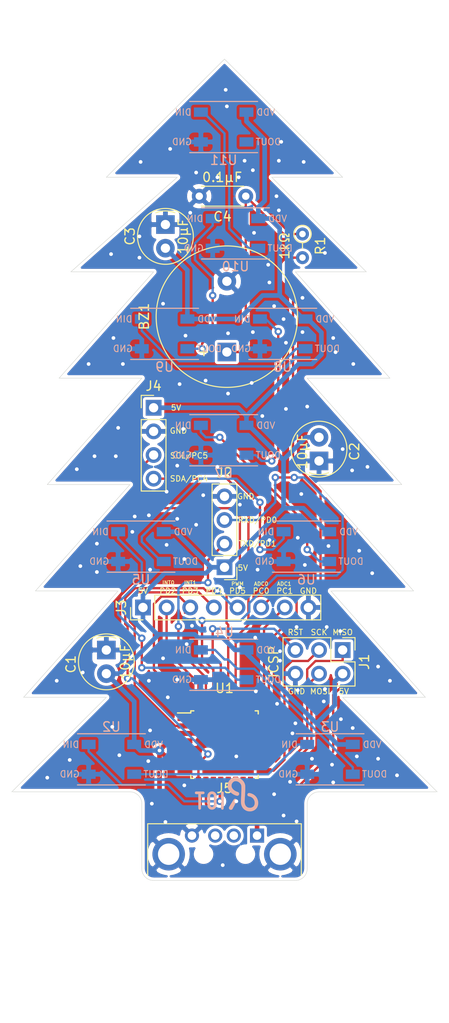
<source format=kicad_pcb>
(kicad_pcb (version 20171130) (host pcbnew "(v20200319-2156-gdc3b0361c1)")
  (title_block (title "X-Mas Board") (date 2019-10-18) (rev 1) (company Marian))
  (layers (0 F.Cu signal) (31 B.Cu signal) (34 B.Paste user) (35 F.Paste user hide) (36 B.SilkS user) (37 F.SilkS user) (38 B.Mask user) (39 F.Mask user hide) (44 Edge.Cuts user))
  (net 0 "")
  (net 1 GND)
  (net 2 +5V)
  (net 3 /RST)
  (net 4 /PB1)
  (net 5 /PB2)
  (net 6 /PD4)
  (net 7 /AVCC)
  (net 8 /AREF)
  (net 9 /PB6)
  (net 10 /PB7)
  (net 11 /PC2)
  (net 12 /PC3)
  (net 13 /PD7)
  (net 14 /PB0)
  (net 15 "Net-(U2-Pad2)")
  (net 16 "Net-(U3-Pad2)")
  (net 17 "Net-(U4-Pad2)")
  (net 18 "Net-(U5-Pad2)")
  (net 19 "Net-(U6-Pad2)")
  (net 20 "Net-(U7-Pad2)")
  (net 21 "Net-(U8-Pad2)")
  (net 22 "Net-(U10-Pad4)")
  (net 23 "Net-(U10-Pad2)")
  (net 24 "Net-(U11-Pad2)")
  (net 25 /ADC6)
  (net 26 /ADC7)
  (net 27 /PB4-MISO)
  (net 28 /PB5-SCK)
  (net 29 /PB3-MOSI)
  (net 30 /PD1-TXD)
  (net 31 /PD0-RXD)
  (net 32 /PD2-INT0)
  (net 33 /PD3-INT1)
  (net 34 /PD5-PWM)
  (net 35 /PD6-PWM)
  (net 36 /PC0-ADC0)
  (net 37 /PC1-ADC1)
  (net 38 /PC5-SCL)
  (net 39 /PC4-SDA)
  (net 40 "Net-(J5-Pad2)")
  (net 41 "Net-(J5-Pad3)")
  (net 42 "Net-(BZ1-Pad1)")
  (module boards:riot_logo (layer B.Cu) (at 105.664 125.984 180)
    (fp_text reference G*** hide)
    (fp_text value LOGO hide)
  )
  (module boards:electrolytic_capacitor_10uf (layer F.Cu) (at 99.06 67.31 90)
    (fp_text reference C3 (at 1.27 -3.81 90) (layer F.SilkS))
    (fp_text value 10µF (at 1.27 1.905 90) (layer F.SilkS))
    (pad 1 thru_hole circle (at 0 0 270) (size 2 2) (drill 1) (layers *.Cu *.Mask) (net 2 +5V))
    (pad 2 thru_hole rect (at 2.54 0 90) (size 2 2) (drill 1) (layers *.Cu *.Mask) (net 1 GND))
  )
  (module boards:electrolytic_capacitor_10uf (layer F.Cu) (at 115.57 87.63 270)
    (fp_text reference C2 (at 1.524 -3.81 90) (layer F.SilkS))
    (fp_text value 10µF (at 1.524 1.778 90) (layer F.SilkS))
    (pad 1 thru_hole circle (at 0 0 90) (size 2 2) (drill 1) (layers *.Cu *.Mask) (net 2 +5V))
    (pad 2 thru_hole rect (at 2.54 0 270) (size 2 2) (drill 1) (layers *.Cu *.Mask) (net 1 GND))
  )
  (module boards:electrolytic_capacitor_10uf (layer F.Cu) (at 92.71 113.03 90)
    (fp_text reference C1 (at 1.016 -3.81 90) (layer F.SilkS))
    (fp_text value 10µF (at 1.27 2.032 90) (layer F.SilkS))
    (pad 1 thru_hole circle (at 0 0 270) (size 2 2) (drill 1) (layers *.Cu *.Mask) (net 2 +5V))
    (pad 2 thru_hole rect (at 2.54 0 90) (size 2 2) (drill 1) (layers *.Cu *.Mask) (net 1 GND))
  )
  (module Connector_PinHeader_2.54mm:PinHeader_2x03_P2.54mm_Vertical (layer F.Cu) (at 118.11 110.49 270)
    (fp_text reference J1 (at 1.27 -2.33 90) (layer F.SilkS))
    (fp_text value ICSP (at 1.27 7.41 90) (layer F.SilkS))
    (pad 1 thru_hole rect (at 0 0 270) (size 1.7 1.7) (drill 1) (layers *.Cu *.Mask) (net 27 /PB4-MISO))
    (pad 2 thru_hole oval (at 2.54 0 270) (size 1.7 1.7) (drill 1) (layers *.Cu *.Mask) (net 2 +5V))
    (pad 3 thru_hole oval (at 0 2.54 270) (size 1.7 1.7) (drill 1) (layers *.Cu *.Mask) (net 28 /PB5-SCK))
    (pad 4 thru_hole oval (at 2.54 2.54 270) (size 1.7 1.7) (drill 1) (layers *.Cu *.Mask) (net 29 /PB3-MOSI))
    (pad 5 thru_hole oval (at 0 5.08 270) (size 1.7 1.7) (drill 1) (layers *.Cu *.Mask) (net 3 /RST))
    (pad 6 thru_hole oval (at 2.54 5.08 270) (size 1.7 1.7) (drill 1) (layers *.Cu *.Mask) (net 1 GND))
  )
  (module Connector_PinHeader_2.54mm:PinHeader_1x04_P2.54mm_Vertical (layer F.Cu) (at 105.41 101.6 180)
    (fp_text reference J2 (at 0 10.16) (layer F.SilkS))
    (fp_text value UART)
    (pad 1 thru_hole rect (at 0 0 180) (size 1.7 1.7) (drill 1) (layers *.Cu *.Mask) (net 2 +5V))
    (pad 2 thru_hole oval (at 0 2.54 180) (size 1.7 1.7) (drill 1) (layers *.Cu *.Mask) (net 30 /PD1-TXD))
    (pad 3 thru_hole oval (at 0 5.08 180) (size 1.7 1.7) (drill 1) (layers *.Cu *.Mask) (net 31 /PD0-RXD))
    (pad 4 thru_hole oval (at 0 7.62 180) (size 1.7 1.7) (drill 1) (layers *.Cu *.Mask) (net 1 GND))
  )
  (module Package_QFP:TQFP-32_7x7mm_P0.8mm (layer F.Cu) (at 105.41 120.65)
    (fp_text reference U1 (at 0 -6.05) (layer F.SilkS))
    (fp_text value ATmega328P-AU hide)
    (pad 1 smd rect (at -4.25 -2.8) (size 1.6 0.55) (layers F.Cu F.Paste F.Mask) (net 33 /PD3-INT1))
    (pad 2 smd rect (at -4.25 -2) (size 1.6 0.55) (layers F.Cu F.Paste F.Mask) (net 6 /PD4))
    (pad 3 smd rect (at -4.25 -1.2) (size 1.6 0.55) (layers F.Cu F.Paste F.Mask) (net 1 GND))
    (pad 4 smd rect (at -4.25 -0.4) (size 1.6 0.55) (layers F.Cu F.Paste F.Mask) (net 2 +5V))
    (pad 5 smd rect (at -4.25 0.4) (size 1.6 0.55) (layers F.Cu F.Paste F.Mask) (net 1 GND))
    (pad 6 smd rect (at -4.25 1.2) (size 1.6 0.55) (layers F.Cu F.Paste F.Mask) (net 2 +5V))
    (pad 7 smd rect (at -4.25 2) (size 1.6 0.55) (layers F.Cu F.Paste F.Mask) (net 9 /PB6))
    (pad 8 smd rect (at -4.25 2.8) (size 1.6 0.55) (layers F.Cu F.Paste F.Mask) (net 10 /PB7))
    (pad 9 smd rect (at -2.8 4.25 90) (size 1.6 0.55) (layers F.Cu F.Paste F.Mask) (net 34 /PD5-PWM))
    (pad 10 smd rect (at -2 4.25 90) (size 1.6 0.55) (layers F.Cu F.Paste F.Mask) (net 35 /PD6-PWM))
    (pad 11 smd rect (at -1.2 4.25 90) (size 1.6 0.55) (layers F.Cu F.Paste F.Mask) (net 13 /PD7))
    (pad 12 smd rect (at -0.4 4.25 90) (size 1.6 0.55) (layers F.Cu F.Paste F.Mask) (net 14 /PB0))
    (pad 13 smd rect (at 0.4 4.25 90) (size 1.6 0.55) (layers F.Cu F.Paste F.Mask) (net 4 /PB1))
    (pad 14 smd rect (at 1.2 4.25 90) (size 1.6 0.55) (layers F.Cu F.Paste F.Mask) (net 5 /PB2))
    (pad 15 smd rect (at 2 4.25 90) (size 1.6 0.55) (layers F.Cu F.Paste F.Mask) (net 29 /PB3-MOSI))
    (pad 16 smd rect (at 2.8 4.25 90) (size 1.6 0.55) (layers F.Cu F.Paste F.Mask) (net 27 /PB4-MISO))
    (pad 17 smd rect (at 4.25 2.8) (size 1.6 0.55) (layers F.Cu F.Paste F.Mask) (net 28 /PB5-SCK))
    (pad 18 smd rect (at 4.25 2) (size 1.6 0.55) (layers F.Cu F.Paste F.Mask) (net 7 /AVCC))
    (pad 19 smd rect (at 4.25 1.2) (size 1.6 0.55) (layers F.Cu F.Paste F.Mask) (net 25 /ADC6))
    (pad 20 smd rect (at 4.25 0.4) (size 1.6 0.55) (layers F.Cu F.Paste F.Mask) (net 8 /AREF))
    (pad 21 smd rect (at 4.25 -0.4) (size 1.6 0.55) (layers F.Cu F.Paste F.Mask) (net 1 GND))
    (pad 22 smd rect (at 4.25 -1.2) (size 1.6 0.55) (layers F.Cu F.Paste F.Mask) (net 26 /ADC7))
    (pad 23 smd rect (at 4.25 -2) (size 1.6 0.55) (layers F.Cu F.Paste F.Mask) (net 36 /PC0-ADC0))
    (pad 24 smd rect (at 4.25 -2.8) (size 1.6 0.55) (layers F.Cu F.Paste F.Mask) (net 37 /PC1-ADC1))
    (pad 25 smd rect (at 2.8 -4.25 90) (size 1.6 0.55) (layers F.Cu F.Paste F.Mask) (net 11 /PC2))
    (pad 26 smd rect (at 2 -4.25 90) (size 1.6 0.55) (layers F.Cu F.Paste F.Mask) (net 12 /PC3))
    (pad 27 smd rect (at 1.2 -4.25 90) (size 1.6 0.55) (layers F.Cu F.Paste F.Mask) (net 39 /PC4-SDA))
    (pad 28 smd rect (at 0.4 -4.25 90) (size 1.6 0.55) (layers F.Cu F.Paste F.Mask) (net 38 /PC5-SCL))
    (pad 29 smd rect (at -0.4 -4.25 90) (size 1.6 0.55) (layers F.Cu F.Paste F.Mask) (net 3 /RST))
    (pad 30 smd rect (at -1.2 -4.25 90) (size 1.6 0.55) (layers F.Cu F.Paste F.Mask) (net 31 /PD0-RXD))
    (pad 31 smd rect (at -2 -4.25 90) (size 1.6 0.55) (layers F.Cu F.Paste F.Mask) (net 30 /PD1-TXD))
    (pad 32 smd rect (at -2.8 -4.25 90) (size 1.6 0.55) (layers F.Cu F.Paste F.Mask) (net 32 /PD2-INT0))
  )
  (module Connector_PinHeader_2.54mm:PinHeader_1x08_P2.54mm_Vertical (layer F.Cu) (at 96.647 105.918 90)
    (fp_text reference J3 (at 0 -2.33 90) (layer F.SilkS))
    (fp_text value GPIOs)
    (pad 1 thru_hole rect (at 0 0 90) (size 1.7 1.7) (drill 1) (layers *.Cu *.Mask) (net 2 +5V))
    (pad 2 thru_hole oval (at 0 2.54 90) (size 1.7 1.7) (drill 1) (layers *.Cu *.Mask) (net 32 /PD2-INT0))
    (pad 3 thru_hole oval (at 0 5.08 90) (size 1.7 1.7) (drill 1) (layers *.Cu *.Mask) (net 33 /PD3-INT1))
    (pad 4 thru_hole oval (at 0 7.62 90) (size 1.7 1.7) (drill 1) (layers *.Cu *.Mask) (net 6 /PD4))
    (pad 5 thru_hole oval (at 0 10.16 90) (size 1.7 1.7) (drill 1) (layers *.Cu *.Mask) (net 34 /PD5-PWM))
    (pad 6 thru_hole oval (at 0 12.7 90) (size 1.7 1.7) (drill 1) (layers *.Cu *.Mask) (net 36 /PC0-ADC0))
    (pad 7 thru_hole oval (at 0 15.24 90) (size 1.7 1.7) (drill 1) (layers *.Cu *.Mask) (net 37 /PC1-ADC1))
    (pad 8 thru_hole oval (at 0 17.78 90) (size 1.7 1.7) (drill 1) (layers *.Cu *.Mask) (net 1 GND))
  )
  (module Connector_PinHeader_2.54mm:PinHeader_1x04_P2.54mm_Vertical (layer F.Cu) (at 97.79 84.455)
    (fp_text reference J4 (at 0 -2.33) (layer F.SilkS))
    (fp_text value I2C)
    (pad 1 thru_hole rect (at 0 0) (size 1.7 1.7) (drill 1) (layers *.Cu *.Mask) (net 2 +5V))
    (pad 2 thru_hole oval (at 0 2.54) (size 1.7 1.7) (drill 1) (layers *.Cu *.Mask) (net 1 GND))
    (pad 3 thru_hole oval (at 0 5.08) (size 1.7 1.7) (drill 1) (layers *.Cu *.Mask) (net 38 /PC5-SCL))
    (pad 4 thru_hole oval (at 0 7.62) (size 1.7 1.7) (drill 1) (layers *.Cu *.Mask) (net 39 /PC4-SDA))
  )
  (module Buzzer_Beeper:Buzzer_15x7.5RM7.6 (layer F.Cu) (at 105.664 78.466 90)
    (fp_text reference BZ1 (at 3.81 -8.89 90) (layer F.SilkS))
    (fp_text value Buzzer)
    (fp_text user + (at -0.01 -2.54 90) (layer F.SilkS))
    (pad 1 thru_hole rect (at 0 0 90) (size 2 2) (drill 1) (layers *.Cu *.Mask) (net 42 "Net-(BZ1-Pad1)"))
    (pad 2 thru_hole circle (at 7.6 0 90) (size 2 2) (drill 1) (layers *.Cu *.Mask) (net 1 GND))
  )
  (module Capacitor_THT:C_Disc_D4.3mm_W1.9mm_P5.00mm (layer F.Cu) (at 107.696 61.722 180)
    (fp_text reference C4 (at 2.5 -2.2) (layer F.SilkS))
    (fp_text value 0.1µF (at 2.54 2.032) (layer F.SilkS))
    (pad 1 thru_hole circle (at 0 0 180) (size 1.6 1.6) (drill 0.8) (layers *.Cu *.Mask) (net 42 "Net-(BZ1-Pad1)"))
    (pad 2 thru_hole circle (at 5 0 180) (size 1.6 1.6) (drill 0.8) (layers *.Cu *.Mask) (net 1 GND))
  )
  (module Resistor_THT:R_Axial_DIN0204_L3.6mm_D1.6mm_P2.54mm_Vertical (layer F.Cu) (at 113.792 65.786 270)
    (fp_text reference R1 (at 1.27 -1.92 90) (layer F.SilkS))
    (fp_text value 1kΩ (at 1.27 1.92 90) (layer F.SilkS))
    (pad 1 thru_hole circle (at 0 0 270) (size 1.4 1.4) (drill 0.7) (layers *.Cu *.Mask) (net 42 "Net-(BZ1-Pad1)"))
    (pad 2 thru_hole oval (at 2.54 0 270) (size 1.4 1.4) (drill 0.7) (layers *.Cu *.Mask) (net 35 /PD6-PWM))
  )
  (module boards:USB_A_Male-Through-Hole (layer F.Cu) (at 105.41 130.429)
    (fp_text reference J5 (at 0 -5.08) (layer F.SilkS))
    (fp_text value USB_A)
    (pad 4 thru_hole circle (at -3.5 0) (size 1.524 1.524) (drill 0.92) (layers *.Cu *.Mask) (net 1 GND))
    (pad 3 thru_hole circle (at -1 0) (size 1.524 1.524) (drill 0.92) (layers *.Cu *.Mask) (net 41 "Net-(J5-Pad3)"))
    (pad 2 thru_hole circle (at 1 0) (size 1.524 1.524) (drill 0.92) (layers *.Cu *.Mask) (net 40 "Net-(J5-Pad2)"))
    (pad 1 thru_hole rect (at 3.5 0) (size 1.524 1.524) (drill 0.92) (layers *.Cu *.Mask) (net 2 +5V))
    (pad 5 thru_hole circle (at 6 2) (size 3.5 3.5) (drill 2.3) (layers *.Cu *.Mask) (net 1 GND))
    (pad 5 thru_hole circle (at -6 2) (size 3.5 3.5) (drill 2.3) (layers *.Cu *.Mask) (net 1 GND))
    (pad "" np_thru_hole circle (at -2.25 2) (size 1.5 1.5) (drill 1.5) (layers *.Cu *.Mask))
    (pad "" np_thru_hole circle (at 2.25 2) (size 1.5 1.5) (drill 1.5) (layers *.Cu *.Mask))
  )
  (module boards:WS2812B (layer B.Cu) (at 90.805 123.825)
    (fp_text reference U2 (at 2.4511 -5.08) (layer B.SilkS) (effects (justify mirror)))
    (fp_text value WS2811B)
    (fp_text user DIN (at -1.905 -3.175) (layer B.SilkS) (effects (font (size 0.7 0.7) (thickness 0.1)) (justify mirror)))
    (fp_text user GND (at -2.032 0) (layer B.SilkS) (effects (font (size 0.7 0.7) (thickness 0.1)) (justify mirror)))
    (fp_text user DOUT (at 7.239 0) (layer B.SilkS) (effects (font (size 0.7 0.7) (thickness 0.1)) (justify mirror)))
    (fp_text user VDD (at 6.985 -3.175) (layer B.SilkS) (effects (font (size 0.7 0.7) (thickness 0.1)) (justify mirror)))
    (pad 1 smd rect (at 4.9011 -3.1875) (size 1.5 1) (layers B.Cu B.Paste B.Mask) (net 2 +5V))
    (pad 4 smd rect (at 0.0011 -3.1875) (size 1.5 1) (layers B.Cu B.Paste B.Mask) (net 14 /PB0))
    (pad 3 smd rect (at 0.0011 0.0125) (size 1.5 1) (layers B.Cu B.Paste B.Mask) (net 1 GND))
    (pad 2 smd rect (at 4.9011 0.0125) (size 1.5 1) (layers B.Cu B.Paste B.Mask) (net 15 "Net-(U2-Pad2)"))
  )
  (module boards:WS2812B (layer B.Cu) (at 114.3 123.825)
    (fp_text reference U3 (at 2.4511 -5.08) (layer B.SilkS) (effects (justify mirror)))
    (fp_text value WS2811B)
    (fp_text user VDD (at 6.985 -3.175) (layer B.SilkS) (effects (font (size 0.7 0.7) (thickness 0.1)) (justify mirror)))
    (fp_text user DOUT (at 7.239 0) (layer B.SilkS) (effects (font (size 0.7 0.7) (thickness 0.1)) (justify mirror)))
    (fp_text user GND (at -2.032 0) (layer B.SilkS) (effects (font (size 0.7 0.7) (thickness 0.1)) (justify mirror)))
    (fp_text user DIN (at -1.905 -3.175) (layer B.SilkS) (effects (font (size 0.7 0.7) (thickness 0.1)) (justify mirror)))
    (pad 2 smd rect (at 4.9011 0.0125) (size 1.5 1) (layers B.Cu B.Paste B.Mask) (net 16 "Net-(U3-Pad2)"))
    (pad 3 smd rect (at 0.0011 0.0125) (size 1.5 1) (layers B.Cu B.Paste B.Mask) (net 1 GND))
    (pad 4 smd rect (at 0.0011 -3.1875) (size 1.5 1) (layers B.Cu B.Paste B.Mask) (net 15 "Net-(U2-Pad2)"))
    (pad 1 smd rect (at 4.9011 -3.1875) (size 1.5 1) (layers B.Cu B.Paste B.Mask) (net 2 +5V))
  )
  (module boards:WS2812B (layer B.Cu) (at 102.87 113.665)
    (fp_text reference U4 (at 2.54 -5.08) (layer B.SilkS) (effects (justify mirror)))
    (fp_text value WS2811B)
    (fp_text user DIN (at -1.905 -3.175) (layer B.SilkS) (effects (font (size 0.7 0.7) (thickness 0.1)) (justify mirror)))
    (fp_text user GND (at -2.032 0) (layer B.SilkS) (effects (font (size 0.7 0.7) (thickness 0.1)) (justify mirror)))
    (fp_text user DOUT (at 7.239 0) (layer B.SilkS) (effects (font (size 0.7 0.7) (thickness 0.1)) (justify mirror)))
    (fp_text user VDD (at 6.985 -3.175) (layer B.SilkS) (effects (font (size 0.7 0.7) (thickness 0.1)) (justify mirror)))
    (pad 1 smd rect (at 4.9011 -3.1875) (size 1.5 1) (layers B.Cu B.Paste B.Mask) (net 2 +5V))
    (pad 4 smd rect (at 0.0011 -3.1875) (size 1.5 1) (layers B.Cu B.Paste B.Mask) (net 16 "Net-(U3-Pad2)"))
    (pad 3 smd rect (at 0.0011 0.0125) (size 1.5 1) (layers B.Cu B.Paste B.Mask) (net 1 GND))
    (pad 2 smd rect (at 4.9011 0.0125) (size 1.5 1) (layers B.Cu B.Paste B.Mask) (net 17 "Net-(U4-Pad2)"))
  )
  (module boards:WS2812B (layer B.Cu) (at 93.98 100.965)
    (fp_text reference U5 (at 2.4511 1.9685) (layer B.SilkS) (effects (justify mirror)))
    (fp_text value WS2811B)
    (fp_text user VDD (at 6.985 -3.175) (layer B.SilkS) (effects (font (size 0.7 0.7) (thickness 0.1)) (justify mirror)))
    (fp_text user DOUT (at 7.239 0) (layer B.SilkS) (effects (font (size 0.7 0.7) (thickness 0.1)) (justify mirror)))
    (fp_text user GND (at -2.032 0) (layer B.SilkS) (effects (font (size 0.7 0.7) (thickness 0.1)) (justify mirror)))
    (fp_text user DIN (at -1.905 -3.175) (layer B.SilkS) (effects (font (size 0.7 0.7) (thickness 0.1)) (justify mirror)))
    (pad 2 smd rect (at 4.9011 0.0125) (size 1.5 1) (layers B.Cu B.Paste B.Mask) (net 18 "Net-(U5-Pad2)"))
    (pad 3 smd rect (at 0.0011 0.0125) (size 1.5 1) (layers B.Cu B.Paste B.Mask) (net 1 GND))
    (pad 4 smd rect (at 0.0011 -3.1875) (size 1.5 1) (layers B.Cu B.Paste B.Mask) (net 17 "Net-(U4-Pad2)"))
    (pad 1 smd rect (at 4.9011 -3.1875) (size 1.5 1) (layers B.Cu B.Paste B.Mask) (net 2 +5V))
  )
  (module boards:WS2812B (layer B.Cu) (at 111.76 100.965)
    (fp_text reference U6 (at 2.4511 1.9685) (layer B.SilkS) (effects (justify mirror)))
    (fp_text value WS2811B)
    (fp_text user DIN (at -1.905 -3.175) (layer B.SilkS) (effects (font (size 0.7 0.7) (thickness 0.1)) (justify mirror)))
    (fp_text user GND (at -2.032 0) (layer B.SilkS) (effects (font (size 0.7 0.7) (thickness 0.1)) (justify mirror)))
    (fp_text user DOUT (at 7.239 0) (layer B.SilkS) (effects (font (size 0.7 0.7) (thickness 0.1)) (justify mirror)))
    (fp_text user VDD (at 6.985 -3.175) (layer B.SilkS) (effects (font (size 0.7 0.7) (thickness 0.1)) (justify mirror)))
    (pad 1 smd rect (at 4.9011 -3.1875) (size 1.5 1) (layers B.Cu B.Paste B.Mask) (net 2 +5V))
    (pad 4 smd rect (at 0.0011 -3.1875) (size 1.5 1) (layers B.Cu B.Paste B.Mask) (net 18 "Net-(U5-Pad2)"))
    (pad 3 smd rect (at 0.0011 0.0125) (size 1.5 1) (layers B.Cu B.Paste B.Mask) (net 1 GND))
    (pad 2 smd rect (at 4.9011 0.0125) (size 1.5 1) (layers B.Cu B.Paste B.Mask) (net 19 "Net-(U6-Pad2)"))
  )
  (module boards:WS2812B (layer B.Cu) (at 102.87 89.535)
    (fp_text reference U7 (at 2.4511 1.9685) (layer B.SilkS) (effects (justify mirror)))
    (fp_text value WS2811B)
    (fp_text user VDD (at 6.985 -3.175) (layer B.SilkS) (effects (font (size 0.7 0.7) (thickness 0.1)) (justify mirror)))
    (fp_text user DOUT (at 7.239 0) (layer B.SilkS) (effects (font (size 0.7 0.7) (thickness 0.1)) (justify mirror)))
    (fp_text user GND (at -2.032 0) (layer B.SilkS) (effects (font (size 0.7 0.7) (thickness 0.1)) (justify mirror)))
    (fp_text user DIN (at -1.905 -3.175) (layer B.SilkS) (effects (font (size 0.7 0.7) (thickness 0.1)) (justify mirror)))
    (pad 2 smd rect (at 4.9011 0.0125) (size 1.5 1) (layers B.Cu B.Paste B.Mask) (net 20 "Net-(U7-Pad2)"))
    (pad 3 smd rect (at 0.0011 0.0125) (size 1.5 1) (layers B.Cu B.Paste B.Mask) (net 1 GND))
    (pad 4 smd rect (at 0.0011 -3.1875) (size 1.5 1) (layers B.Cu B.Paste B.Mask) (net 19 "Net-(U6-Pad2)"))
    (pad 1 smd rect (at 4.9011 -3.1875) (size 1.5 1) (layers B.Cu B.Paste B.Mask) (net 2 +5V))
  )
  (module boards:WS2812B (layer B.Cu) (at 109.22 78.105)
    (fp_text reference U8 (at 2.4511 1.9685) (layer B.SilkS) (effects (justify mirror)))
    (fp_text value WS2811B)
    (fp_text user DIN (at -1.905 -3.175) (layer B.SilkS) (effects (font (size 0.7 0.7) (thickness 0.1)) (justify mirror)))
    (fp_text user GND (at -2.032 0) (layer B.SilkS) (effects (font (size 0.7 0.7) (thickness 0.1)) (justify mirror)))
    (fp_text user DOUT (at 7.239 0) (layer B.SilkS) (effects (font (size 0.7 0.7) (thickness 0.1)) (justify mirror)))
    (fp_text user VDD (at 6.985 -3.175) (layer B.SilkS) (effects (font (size 0.7 0.7) (thickness 0.1)) (justify mirror)))
    (pad 1 smd rect (at 4.9011 -3.1875) (size 1.5 1) (layers B.Cu B.Paste B.Mask) (net 2 +5V))
    (pad 4 smd rect (at 0.0011 -3.1875) (size 1.5 1) (layers B.Cu B.Paste B.Mask) (net 20 "Net-(U7-Pad2)"))
    (pad 3 smd rect (at 0.0011 0.0125) (size 1.5 1) (layers B.Cu B.Paste B.Mask) (net 1 GND))
    (pad 2 smd rect (at 4.9011 0.0125) (size 1.5 1) (layers B.Cu B.Paste B.Mask) (net 21 "Net-(U8-Pad2)"))
  )
  (module boards:WS2812B (layer B.Cu) (at 96.52 78.105)
    (fp_text reference U9 (at 2.4511 1.9685) (layer B.SilkS) (effects (justify mirror)))
    (fp_text value WS2811B)
    (fp_text user VDD (at 6.985 -3.175) (layer B.SilkS) (effects (font (size 0.7 0.7) (thickness 0.1)) (justify mirror)))
    (fp_text user DOUT (at 7.239 0) (layer B.SilkS) (effects (font (size 0.7 0.7) (thickness 0.1)) (justify mirror)))
    (fp_text user GND (at -2.032 0) (layer B.SilkS) (effects (font (size 0.7 0.7) (thickness 0.1)) (justify mirror)))
    (fp_text user DIN (at -1.905 -3.175) (layer B.SilkS) (effects (font (size 0.7 0.7) (thickness 0.1)) (justify mirror)))
    (pad 2 smd rect (at 4.9011 0.0125) (size 1.5 1) (layers B.Cu B.Paste B.Mask) (net 22 "Net-(U10-Pad4)"))
    (pad 3 smd rect (at 0.0011 0.0125) (size 1.5 1) (layers B.Cu B.Paste B.Mask) (net 1 GND))
    (pad 4 smd rect (at 0.0011 -3.1875) (size 1.5 1) (layers B.Cu B.Paste B.Mask) (net 21 "Net-(U8-Pad2)"))
    (pad 1 smd rect (at 4.9011 -3.1875) (size 1.5 1) (layers B.Cu B.Paste B.Mask) (net 2 +5V))
  )
  (module boards:WS2812B (layer B.Cu) (at 104.14 67.31)
    (fp_text reference U10 (at 2.4511 1.9685) (layer B.SilkS) (effects (justify mirror)))
    (fp_text value WS2811B)
    (fp_text user DIN (at -1.905 -3.175) (layer B.SilkS) (effects (font (size 0.7 0.7) (thickness 0.1)) (justify mirror)))
    (fp_text user GND (at -2.032 0) (layer B.SilkS) (effects (font (size 0.7 0.7) (thickness 0.1)) (justify mirror)))
    (fp_text user DOUT (at 7.239 0) (layer B.SilkS) (effects (font (size 0.7 0.7) (thickness 0.1)) (justify mirror)))
    (fp_text user VDD (at 6.985 -3.175) (layer B.SilkS) (effects (font (size 0.7 0.7) (thickness 0.1)) (justify mirror)))
    (pad 1 smd rect (at 4.9011 -3.1875) (size 1.5 1) (layers B.Cu B.Paste B.Mask) (net 2 +5V))
    (pad 4 smd rect (at 0.0011 -3.1875) (size 1.5 1) (layers B.Cu B.Paste B.Mask) (net 22 "Net-(U10-Pad4)"))
    (pad 3 smd rect (at 0.0011 0.0125) (size 1.5 1) (layers B.Cu B.Paste B.Mask) (net 1 GND))
    (pad 2 smd rect (at 4.9011 0.0125) (size 1.5 1) (layers B.Cu B.Paste B.Mask) (net 23 "Net-(U10-Pad2)"))
  )
  (module boards:WS2812B (layer B.Cu) (at 102.87 55.88)
    (fp_text reference U11 (at 2.4511 1.9685) (layer B.SilkS) (effects (justify mirror)))
    (fp_text value WS2811B)
    (fp_text user VDD (at 6.985 -3.175) (layer B.SilkS) (effects (font (size 0.7 0.7) (thickness 0.1)) (justify mirror)))
    (fp_text user DOUT (at 7.239 0) (layer B.SilkS) (effects (font (size 0.7 0.7) (thickness 0.1)) (justify mirror)))
    (fp_text user GND (at -2.032 0) (layer B.SilkS) (effects (font (size 0.7 0.7) (thickness 0.1)) (justify mirror)))
    (fp_text user DIN (at -1.905 -3.175) (layer B.SilkS) (effects (font (size 0.7 0.7) (thickness 0.1)) (justify mirror)))
    (pad 2 smd rect (at 4.9011 0.0125) (size 1.5 1) (layers B.Cu B.Paste B.Mask) (net 24 "Net-(U11-Pad2)"))
    (pad 3 smd rect (at 0.0011 0.0125) (size 1.5 1) (layers B.Cu B.Paste B.Mask) (net 1 GND))
    (pad 4 smd rect (at 0.0011 -3.1875) (size 1.5 1) (layers B.Cu B.Paste B.Mask) (net 23 "Net-(U10-Pad2)"))
    (pad 1 smd rect (at 4.9011 -3.1875) (size 1.5 1) (layers B.Cu B.Paste B.Mask) (net 2 +5V))
  )
  (gr_text SDA/PC4 (at 101.6 92.075) (layer F.SilkS) (effects (font (size 0.6 0.6) (thickness 0.1))))
  (gr_text SCL/PC5 (at 101.6 89.5985) (layer F.SilkS) (effects (font (size 0.6 0.6) (thickness 0.1))))
  (gr_text GND (at 100.457 86.9315) (layer F.SilkS) (effects (font (size 0.6 0.6) (thickness 0.1))))
  (gr_text 5V (at 100.203 84.455) (layer F.SilkS) (effects (font (size 0.6 0.6) (thickness 0.1))))
  (gr_text 5V (at 107.3785 101.6635) (layer F.SilkS) (effects (font (size 0.6 0.6) (thickness 0.1))))
  (gr_text TXD/PD1 (at 108.966 99.06) (layer F.SilkS) (effects (font (size 0.6 0.6) (thickness 0.1))))
  (gr_text RXD/PD0 (at 108.966 96.52) (layer F.SilkS) (effects (font (size 0.6 0.6) (thickness 0.1))))
  (gr_text GND (at 107.696 93.98) (layer F.SilkS) (effects (font (size 0.6 0.6) (thickness 0.1))))
  (gr_text ADC1 (at 111.8235 103.378) (layer F.SilkS) (effects (font (size 0.4 0.4) (thickness 0.08))))
  (gr_text ADC0 (at 109.347 103.378) (layer F.SilkS) (effects (font (size 0.4 0.4) (thickness 0.08))))
  (gr_text INT0 (at 99.3775 103.251) (layer F.SilkS) (effects (font (size 0.4 0.4) (thickness 0.08))))
  (gr_text INT1 (at 101.727 103.251) (layer F.SilkS) (effects (font (size 0.4 0.4) (thickness 0.08))))
  (gr_text PWM (at 106.807 103.378) (layer F.SilkS) (effects (font (size 0.4 0.4) (thickness 0.08))))
  (gr_text 5V (at 96.647 104.14) (layer F.SilkS) (effects (font (size 0.6 0.6) (thickness 0.1))))
  (gr_text PD2 (at 99.314 104.14) (layer F.SilkS) (effects (font (size 0.6 0.6) (thickness 0.1))))
  (gr_text PD3 (at 101.727 104.14) (layer F.SilkS) (effects (font (size 0.6 0.6) (thickness 0.1))))
  (gr_text PD4 (at 104.267 104.14) (layer F.SilkS) (effects (font (size 0.6 0.6) (thickness 0.1))))
  (gr_text PD5 (at 106.807 104.14) (layer F.SilkS) (effects (font (size 0.6 0.6) (thickness 0.1))))
  (gr_text PC0 (at 109.347 104.14) (layer F.SilkS) (effects (font (size 0.6 0.6) (thickness 0.1))))
  (gr_text PC1 (at 111.887 104.14) (layer F.SilkS) (effects (font (size 0.6 0.6) (thickness 0.1))))
  (gr_text GND (at 114.427 104.14) (layer F.SilkS) (effects (font (size 0.6 0.6) (thickness 0.1))))
  (gr_text 5V (at 118.237 114.935) (layer F.SilkS) (effects (font (size 0.6 0.6) (thickness 0.1))))
  (gr_text MOSI (at 115.697 114.935) (layer F.SilkS) (effects (font (size 0.6 0.6) (thickness 0.1))))
  (gr_text GND (at 113.157 114.935) (layer F.SilkS) (effects (font (size 0.6 0.6) (thickness 0.1))))
  (gr_text RST (at 113.03 108.585) (layer F.SilkS) (effects (font (size 0.6 0.6) (thickness 0.1))))
  (gr_text SCK (at 115.57 108.585) (layer F.SilkS) (effects (font (size 0.6 0.6) (thickness 0.1))))
  (gr_text MISO (at 118.11 108.585) (layer F.SilkS) (effects (font (size 0.6 0.6) (thickness 0.1))))
  (gr_arc (start 113.03 133.985) (end 113.03 135.255) (angle -90) (layer Edge.Cuts) (width 0.05))
  (gr_arc (start 97.79 133.985) (end 96.52 133.985) (angle -90) (layer Edge.Cuts) (width 0.05))
  (gr_arc (start 95.25 127) (end 96.52 127) (angle -90) (layer Edge.Cuts) (width 0.05))
  (gr_arc (start 115.57 127) (end 115.57 125.73) (angle -90) (layer Edge.Cuts) (width 0.05))
  (gr_line (start 118.11 59.69) (end 105.41 46.99) (layer Edge.Cuts) (width 0.05))
  (gr_line (start 110.49 59.69) (end 118.11 59.69) (layer Edge.Cuts) (width 0.05))
  (gr_line (start 92.71 59.69) (end 105.41 46.99) (layer Edge.Cuts) (width 0.05))
  (gr_line (start 100.33 59.69) (end 92.71 59.69) (layer Edge.Cuts) (width 0.05))
  (gr_line (start 88.9 69.85) (end 100.33 59.69) (layer Edge.Cuts) (width 0.05))
  (gr_line (start 97.79 69.85) (end 88.9 69.85) (layer Edge.Cuts) (width 0.05))
  (gr_line (start 120.65 69.85) (end 110.49 59.69) (layer Edge.Cuts) (width 0.05))
  (gr_line (start 113.03 69.85) (end 120.65 69.85) (layer Edge.Cuts) (width 0.05))
  (gr_line (start 123.19 81.28) (end 113.03 69.85) (layer Edge.Cuts) (width 0.05))
  (gr_line (start 114.3 81.28) (end 123.19 81.28) (layer Edge.Cuts) (width 0.05))
  (gr_line (start 87.63 81.28) (end 97.79 69.85) (layer Edge.Cuts) (width 0.05))
  (gr_line (start 96.52 81.28) (end 87.63 81.28) (layer Edge.Cuts) (width 0.05))
  (gr_line (start 86.36 92.71) (end 96.52 81.28) (layer Edge.Cuts) (width 0.05))
  (gr_line (start 95.25 92.71) (end 86.36 92.71) (layer Edge.Cuts) (width 0.05))
  (gr_line (start 124.46 92.71) (end 114.3 81.28) (layer Edge.Cuts) (width 0.05))
  (gr_line (start 115.57 92.71) (end 124.46 92.71) (layer Edge.Cuts) (width 0.05))
  (gr_line (start 125.73 104.14) (end 115.57 92.71) (layer Edge.Cuts) (width 0.05))
  (gr_line (start 116.84 104.14) (end 125.73 104.14) (layer Edge.Cuts) (width 0.05))
  (gr_line (start 85.09 104.14) (end 95.25 92.71) (layer Edge.Cuts) (width 0.05))
  (gr_line (start 93.98 104.14) (end 85.09 104.14) (layer Edge.Cuts) (width 0.05))
  (gr_line (start 83.82 115.57) (end 93.98 104.14) (layer Edge.Cuts) (width 0.05))
  (gr_line (start 127 115.57) (end 116.84 104.14) (layer Edge.Cuts) (width 0.05))
  (gr_line (start 92.71 115.57) (end 83.82 115.57) (layer Edge.Cuts) (width 0.05))
  (gr_line (start 82.55 125.73) (end 92.71 115.57) (layer Edge.Cuts) (width 0.05))
  (gr_line (start 95.25 125.73) (end 82.55 125.73) (layer Edge.Cuts) (width 0.05))
  (gr_line (start 96.52 133.985) (end 96.52 127) (layer Edge.Cuts) (width 0.05))
  (gr_line (start 113.03 135.255) (end 97.79 135.255) (layer Edge.Cuts) (width 0.05))
  (gr_line (start 114.3 127) (end 114.3 133.985) (layer Edge.Cuts) (width 0.05))
  (gr_line (start 128.27 125.73) (end 115.57 125.73) (layer Edge.Cuts) (width 0.05))
  (gr_line (start 118.11 115.57) (end 128.27 125.73) (layer Edge.Cuts) (width 0.05))
  (gr_line (start 127 115.57) (end 118.11 115.57) (layer Edge.Cuts) (width 0.05))
  (via (at 99.187 93.472) (size 0.8) (drill 0.4) (layers F.Cu B.Cu) (net 1))
  (via (at 103.124 93.853) (size 0.8) (drill 0.4) (layers F.Cu B.Cu) (net 1))
  (via (at 95.758 96.139) (size 0.8) (drill 0.4) (layers F.Cu B.Cu) (net 1))
  (via (at 102.362 97.028) (size 0.8) (drill 0.4) (layers F.Cu B.Cu) (net 1))
  (via (at 89.916 101.473) (size 0.8) (drill 0.4) (layers F.Cu B.Cu) (net 1))
  (via (at 121.285 102.235) (size 0.8) (drill 0.4) (layers F.Cu B.Cu) (net 1))
  (via (at 120.777 90.805) (size 0.8) (drill 0.4) (layers F.Cu B.Cu) (net 1))
  (via (at 89.535 91.059) (size 0.8) (drill 0.4) (layers F.Cu B.Cu) (net 1))
  (via (at 90.805 79.756) (size 0.8) (drill 0.4) (layers F.Cu B.Cu) (net 1))
  (via (at 119.253 79.756) (size 0.8) (drill 0.4) (layers F.Cu B.Cu) (net 1))
  (via (at 116.205 67.818) (size 0.8) (drill 0.4) (layers F.Cu B.Cu) (net 1))
  (via (at 93.218 67.945) (size 0.8) (drill 0.4) (layers F.Cu B.Cu) (net 1))
  (via (at 96.393 58.039) (size 0.8) (drill 0.4) (layers F.Cu B.Cu) (net 1))
  (via (at 113.919 58.039) (size 0.8) (drill 0.4) (layers F.Cu B.Cu) (net 1))
  (via (at 105.537 50.292) (size 0.8) (drill 0.4) (layers F.Cu B.Cu) (net 1))
  (via (at 102.362 59.182) (size 0.8) (drill 0.4) (layers F.Cu B.Cu) (net 1))
  (via (at 98.806 73.279) (size 0.8) (drill 0.4) (layers F.Cu B.Cu) (net 1))
  (via (at 103.378 81.534) (size 0.8) (drill 0.4) (layers F.Cu B.Cu) (net 1))
  (via (at 101.219 76.708) (size 0.8) (drill 0.4) (layers F.Cu B.Cu) (net 1))
  (via (at 108.458 76.327) (size 0.8) (drill 0.4) (layers F.Cu B.Cu) (net 1))
  (via (at 105.791 76.454) (size 0.8) (drill 0.4) (layers F.Cu B.Cu) (net 1))
  (via (at 114.3 84.328) (size 0.8) (drill 0.4) (layers F.Cu B.Cu) (net 1))
  (via (at 113.665 93.726) (size 0.8) (drill 0.4) (layers F.Cu B.Cu) (net 1))
  (via (at 116.586 99.314) (size 0.8) (drill 0.4) (layers F.Cu B.Cu) (net 1))
  (via (at 113.284 98.425) (size 0.8) (drill 0.4) (layers F.Cu B.Cu) (net 1))
  (via (at 114.046 101.346) (size 0.8) (drill 0.4) (layers F.Cu B.Cu) (net 1))
  (via (at 108.966 101.854) (size 0.8) (drill 0.4) (layers F.Cu B.Cu) (net 1))
  (via (at 107.061 103.759) (size 0.8) (drill 0.4) (layers F.Cu B.Cu) (net 1))
  (via (at 87.376 113.792) (size 0.8) (drill 0.4) (layers F.Cu B.Cu) (net 1))
  (via (at 123.19 113.792) (size 0.8) (drill 0.4) (layers F.Cu B.Cu) (net 1))
  (via (at 123.952 123.952) (size 0.8) (drill 0.4) (layers F.Cu B.Cu) (net 1))
  (via (at 86.36 124.206) (size 0.8) (drill 0.4) (layers F.Cu B.Cu) (net 1))
  (via (at 100.33 113.665) (size 0.8) (drill 0.4) (layers F.Cu B.Cu) (net 1))
  (via (at 98.806 111.379) (size 0.8) (drill 0.4) (layers F.Cu B.Cu) (net 1))
  (via (at 101.346 109.855) (size 0.8) (drill 0.4) (layers F.Cu B.Cu) (net 1))
  (via (at 101.9175 107.8865) (size 0.8) (drill 0.4) (layers F.Cu B.Cu) (net 1))
  (via (at 101.092 100.711) (size 0.8) (drill 0.4) (layers F.Cu B.Cu) (net 1))
  (via (at 99.187 99.187) (size 0.8) (drill 0.4) (layers F.Cu B.Cu) (net 1))
  (via (at 100.33 96.393) (size 0.8) (drill 0.4) (layers F.Cu B.Cu) (net 1))
  (via (at 95.504 97.79) (size 0.8) (drill 0.4) (layers F.Cu B.Cu) (net 1))
  (via (at 97.409 101.854) (size 0.8) (drill 0.4) (layers F.Cu B.Cu) (net 1))
  (via (at 93.345 118.745) (size 0.8) (drill 0.4) (layers F.Cu B.Cu) (net 1))
  (via (at 90.17 112.903) (size 0.8) (drill 0.4) (layers F.Cu B.Cu) (net 1))
  (via (at 88.773 122.301) (size 0.8) (drill 0.4) (layers F.Cu B.Cu) (net 1))
  (via (at 94.107 121.793) (size 0.8) (drill 0.4) (layers F.Cu B.Cu) (net 1))
  (via (at 116.967 122.809) (size 0.8) (drill 0.4) (layers F.Cu B.Cu) (net 1))
  (via (at 110.236 98.679) (size 0.8) (drill 0.4) (layers F.Cu B.Cu) (net 1))
  (via (at 107.061 94.869) (size 0.8) (drill 0.4) (layers F.Cu B.Cu) (net 1))
  (via (at 100.33 90.678) (size 0.8) (drill 0.4) (layers F.Cu B.Cu) (net 1))
  (via (at 104.648 90.805) (size 0.8) (drill 0.4) (layers F.Cu B.Cu) (net 1))
  (via (at 100.965 86.741) (size 0.8) (drill 0.4) (layers F.Cu B.Cu) (net 1))
  (via (at 100.584 81.915) (size 0.8) (drill 0.4) (layers F.Cu B.Cu) (net 1))
  (via (at 105.791 82.931) (size 0.8) (drill 0.4) (layers F.Cu B.Cu) (net 1))
  (via (at 108.331 81.788) (size 0.8) (drill 0.4) (layers F.Cu B.Cu) (net 1))
  (via (at 110.744 73.533) (size 0.8) (drill 0.4) (layers F.Cu B.Cu) (net 1))
  (via (at 113.792 76.327) (size 0.8) (drill 0.4) (layers F.Cu B.Cu) (net 1))
  (via (at 110.236 70.993) (size 0.8) (drill 0.4) (layers F.Cu B.Cu) (net 1))
  (via (at 110.109 69.088) (size 0.8) (drill 0.4) (layers F.Cu B.Cu) (net 1))
  (via (at 108.585 65.659) (size 0.8) (drill 0.4) (layers F.Cu B.Cu) (net 1))
  (via (at 107.569 57.912) (size 0.8) (drill 0.4) (layers F.Cu B.Cu) (net 1))
  (via (at 101.727 63.5) (size 0.8) (drill 0.4) (layers F.Cu B.Cu) (net 1))
  (via (at 111.379 111.633) (size 0.8) (drill 0.4) (layers F.Cu B.Cu) (net 1))
  (via (at 111.379 110.617) (size 0.8) (drill 0.4) (layers F.Cu B.Cu) (net 1))
  (via (at 113.03 118.364) (size 0.8) (drill 0.4) (layers F.Cu B.Cu) (net 1))
  (via (at 112.7125 119.4435) (size 0.8) (drill 0.4) (layers F.Cu B.Cu) (net 1))
  (via (at 113.284 114.808) (size 1) (drill 0.4) (layers F.Cu B.Cu) (net 1))
  (via (at 111.0615 116.2685) (size 0.8) (drill 0.4) (layers F.Cu B.Cu) (net 1))
  (via (at 116.205 114.681) (size 1) (drill 0.4) (layers F.Cu B.Cu) (net 1))
  (via (at 116.078 116.0145) (size 1) (drill 0.4) (layers F.Cu B.Cu) (net 1))
  (via (at 113.157 108.0135) (size 1) (drill 0.4) (layers F.Cu B.Cu) (net 1))
  (via (at 116.3955 108.0135) (size 1) (drill 0.4) (layers F.Cu B.Cu) (net 1))
  (via (at 117.9195 117.9195) (size 1) (drill 0.4) (layers F.Cu B.Cu) (net 1))
  (via (at 119.1895 118.872) (size 1) (drill 0.4) (layers F.Cu B.Cu) (net 1))
  (via (at 112.4585 124.6505) (size 1) (drill 0.4) (layers F.Cu B.Cu) (net 1))
  (via (at 101.092 125.0315) (size 1) (drill 0.4) (layers F.Cu B.Cu) (net 1))
  (via (at 97.2185 122.428) (size 1) (drill 0.4) (layers F.Cu B.Cu) (net 1))
  (via (at 97.409 119.126) (size 1) (drill 0.4) (layers F.Cu B.Cu) (net 1))
  (via (at 108.712 109.1565) (size 1) (drill 0.4) (layers F.Cu B.Cu) (net 1))
  (via (at 108.7755 114.935) (size 1) (drill 0.4) (layers F.Cu B.Cu) (net 1))
  (via (at 105.2195 133.604) (size 0.8) (drill 0.4) (layers F.Cu B.Cu) (net 1))
  (via (at 99.06 128.9685) (size 0.8) (drill 0.4) (layers F.Cu B.Cu) (net 1))
  (via (at 97.5995 127) (size 0.8) (drill 0.4) (layers F.Cu B.Cu) (net 1))
  (via (at 113.157 128.905) (size 0.8) (drill 0.4) (layers F.Cu B.Cu) (net 1))
  (via (at 106.68 121.92) (size 0.8) (drill 0.4) (layers F.Cu B.Cu) (net 1))
  (via (at 117.348 78.486) (size 1) (drill 0.4) (layers F.Cu B.Cu) (net 1))
  (via (at 97.282 113.792) (size 0.8) (drill 0.4) (layers F.Cu B.Cu) (net 1))
  (via (at 99.314 115.57) (size 0.8) (drill 0.4) (layers F.Cu B.Cu) (net 1))
  (via (at 110.744 125.984) (size 0.8) (drill 0.4) (layers F.Cu B.Cu) (net 1))
  (via (at 117.094 124.714) (size 0.8) (drill 0.4) (layers F.Cu B.Cu) (net 1))
  (via (at 114.808 122.174) (size 0.8) (drill 0.4) (layers F.Cu B.Cu) (net 1))
  (via (at 119.634 121.92) (size 0.8) (drill 0.4) (layers F.Cu B.Cu) (net 1))
  (via (at 121.92 112.268) (size 0.8) (drill 0.4) (layers F.Cu B.Cu) (net 1))
  (via (at 117.856 108.458) (size 0.8) (drill 0.4) (layers F.Cu B.Cu) (net 1))
  (via (at 106.68 126.746) (size 0.8) (drill 0.4) (layers F.Cu B.Cu) (net 1))
  (via (at 97.282 96.012) (size 0.8) (drill 0.4) (layers F.Cu B.Cu) (net 1))
  (via (at 109.474 85.344) (size 0.8) (drill 0.4) (layers F.Cu B.Cu) (net 1))
  (via (at 112.014 84.582) (size 0.8) (drill 0.4) (layers F.Cu B.Cu) (net 1))
  (via (at 112.014 77.47) (size 0.8) (drill 0.4) (layers F.Cu B.Cu) (net 1))
  (via (at 111.76 74.93) (size 0.8) (drill 0.4) (layers F.Cu B.Cu) (net 1))
  (via (at 117.094 76.962) (size 0.8) (drill 0.4) (layers F.Cu B.Cu) (net 1))
  (via (at 113.792 72.644) (size 0.8) (drill 0.4) (layers F.Cu B.Cu) (net 1))
  (via (at 110.998 61.722) (size 0.8) (drill 0.4) (layers F.Cu B.Cu) (net 1))
  (via (at 111.252 63.246) (size 0.8) (drill 0.4) (layers F.Cu B.Cu) (net 1))
  (via (at 111.252 57.912) (size 0.8) (drill 0.4) (layers F.Cu B.Cu) (net 1))
  (via (at 111.506 55.88) (size 0.8) (drill 0.4) (layers F.Cu B.Cu) (net 1))
  (via (at 108.458 58.928) (size 0.8) (drill 0.4) (layers F.Cu B.Cu) (net 1))
  (via (at 106.934 59.69) (size 0.8) (drill 0.4) (layers F.Cu B.Cu) (net 1))
  (via (at 104.648 59.69) (size 0.8) (drill 0.4) (layers F.Cu B.Cu) (net 1))
  (via (at 99.568 56.642) (size 0.8) (drill 0.4) (layers F.Cu B.Cu) (net 1))
  (via (at 105.664 52.07) (size 0.8) (drill 0.4) (layers F.Cu B.Cu) (net 1))
  (via (at 96.266 66.04) (size 0.8) (drill 0.4) (layers F.Cu B.Cu) (net 1))
  (via (at 96.266 68.326) (size 0.8) (drill 0.4) (layers F.Cu B.Cu) (net 1))
  (via (at 93.472 76.962) (size 0.8) (drill 0.4) (layers F.Cu B.Cu) (net 1))
  (via (at 94.488 79.756) (size 0.8) (drill 0.4) (layers F.Cu B.Cu) (net 1))
  (via (at 93.98 86.614) (size 0.8) (drill 0.4) (layers F.Cu B.Cu) (net 1))
  (via (at 93.726 89.662) (size 0.8) (drill 0.4) (layers F.Cu B.Cu) (net 1))
  (via (at 91.694 99.06) (size 0.8) (drill 0.4) (layers F.Cu B.Cu) (net 1))
  (via (at 91.694 102.108) (size 0.8) (drill 0.4) (layers F.Cu B.Cu) (net 1))
  (via (at 91.44 89.662) (size 0.8) (drill 0.4) (layers F.Cu B.Cu) (net 1))
  (via (at 118.11 88.9) (size 0.8) (drill 0.4) (layers F.Cu B.Cu) (net 1))
  (via (at 119.126 91.186) (size 0.8) (drill 0.4) (layers F.Cu B.Cu) (net 1))
  (via (at 119.888 99.822) (size 0.8) (drill 0.4) (layers F.Cu B.Cu) (net 1))
  (via (at 121.92 122.174) (size 0.8) (drill 0.4) (layers F.Cu B.Cu) (net 1))
  (via (at 111.76 128.27) (size 1) (drill 0.4) (layers F.Cu B.Cu) (net 1))
  (segment (start 98.425 125.682) (end 98.425 121.285) (width 0.5) (layer F.Cu) (net 2))
  (via (at 98.425 121.285) (size 1) (drill 0.4) (layers F.Cu B.Cu) (net 2))
  (segment (start 96.3536 121.285) (end 95.7061 120.6375) (width 0.5) (layer B.Cu) (net 2))
  (segment (start 98.425 121.285) (end 96.3536 121.285) (width 0.5) (layer B.Cu) (net 2))
  (segment (start 95.7061 116.0261) (end 92.71 113.03) (width 0.5) (layer B.Cu) (net 2))
  (segment (start 95.7061 120.6375) (end 95.7061 116.0261) (width 0.5) (layer B.Cu) (net 2))
  (segment (start 92.71 113.03) (end 94.124213 113.03) (width 0.5) (layer B.Cu) (net 2))
  (segment (start 106.5211 110.4775) (end 107.7711 110.4775) (width 0.5) (layer B.Cu) (net 2))
  (segment (start 98.179607 108.800607) (end 98.179607 108.974607) (width 0.5) (layer B.Cu) (net 2))
  (segment (start 96.647 107.268) (end 98.179607 108.800607) (width 0.5) (layer B.Cu) (net 2))
  (segment (start 96.647 105.918) (end 96.647 107.268) (width 0.5) (layer B.Cu) (net 2))
  (segment (start 94.124213 113.03) (end 98.179607 108.974607) (width 0.5) (layer B.Cu) (net 2))
  (segment (start 104.06 101.6) (end 105.41 101.6) (width 0.5) (layer B.Cu) (net 2))
  (segment (start 103.9536 101.6) (end 104.06 101.6) (width 0.5) (layer B.Cu) (net 2))
  (segment (start 100.1311 97.7775) (end 103.9536 101.6) (width 0.5) (layer B.Cu) (net 2))
  (segment (start 98.8811 97.7775) (end 100.1311 97.7775) (width 0.5) (layer B.Cu) (net 2))
  (segment (start 105.41 101.6) (end 111.76 95.25) (width 0.5) (layer B.Cu) (net 2))
  (segment (start 114.155787 87.63) (end 115.57 87.63) (width 0.5) (layer B.Cu) (net 2))
  (segment (start 111.76 90.025787) (end 114.155787 87.63) (width 0.5) (layer B.Cu) (net 2))
  (segment (start 111.76 95.25) (end 111.76 90.025787) (width 0.5) (layer B.Cu) (net 2))
  (segment (start 108.0211 86.3475) (end 107.7711 86.3475) (width 0.5) (layer B.Cu) (net 2))
  (segment (start 111.699387 90.025787) (end 108.0211 86.3475) (width 0.5) (layer B.Cu) (net 2))
  (segment (start 111.76 90.025787) (end 111.699387 90.025787) (width 0.5) (layer B.Cu) (net 2))
  (segment (start 113.8836 95.25) (end 111.76 95.25) (width 0.5) (layer B.Cu) (net 2))
  (segment (start 116.4111 97.7775) (end 113.8836 95.25) (width 0.5) (layer B.Cu) (net 2))
  (segment (start 116.6611 97.7775) (end 116.4111 97.7775) (width 0.5) (layer B.Cu) (net 2))
  (segment (start 99.14 84.455) (end 97.79 84.455) (width 0.5) (layer B.Cu) (net 2))
  (segment (start 106.8786 84.455) (end 99.14 84.455) (width 0.5) (layer B.Cu) (net 2))
  (segment (start 107.7711 85.3475) (end 106.8786 84.455) (width 0.5) (layer B.Cu) (net 2))
  (segment (start 107.7711 86.3475) (end 107.7711 85.3475) (width 0.5) (layer B.Cu) (net 2))
  (segment (start 113.8711 74.9175) (end 114.1211 74.9175) (width 0.5) (layer B.Cu) (net 2))
  (segment (start 111.3436 72.39) (end 113.8711 74.9175) (width 0.5) (layer B.Cu) (net 2))
  (segment (start 109.508598 72.39) (end 111.3436 72.39) (width 0.5) (layer B.Cu) (net 2))
  (segment (start 106.7087 74.9175) (end 106.8786 75.0874) (width 0.5) (layer B.Cu) (net 2))
  (segment (start 101.4211 74.9175) (end 106.7087 74.9175) (width 0.5) (layer B.Cu) (net 2))
  (segment (start 106.8786 75.019998) (end 109.508598 72.39) (width 0.5) (layer B.Cu) (net 2))
  (segment (start 106.8786 75.0874) (end 106.8786 75.019998) (width 0.5) (layer B.Cu) (net 2))
  (segment (start 101.4211 69.6711) (end 99.06 67.31) (width 0.5) (layer B.Cu) (net 2))
  (segment (start 101.4211 74.9175) (end 101.4211 69.6711) (width 0.5) (layer B.Cu) (net 2))
  (segment (start 111.3436 65.175) (end 111.3436 72.39) (width 0.5) (layer B.Cu) (net 2))
  (segment (start 110.2911 64.1225) (end 111.3436 65.175) (width 0.5) (layer B.Cu) (net 2))
  (segment (start 109.0411 64.1225) (end 110.2911 64.1225) (width 0.5) (layer B.Cu) (net 2))
  (segment (start 98.99 121.85) (end 98.425 121.285) (width 0.5) (layer F.Cu) (net 2))
  (segment (start 101.16 121.85) (end 98.99 121.85) (width 0.5) (layer F.Cu) (net 2))
  (segment (start 99.46 120.25) (end 101.16 120.25) (width 0.5) (layer F.Cu) (net 2))
  (segment (start 98.425 121.285) (end 99.46 120.25) (width 0.5) (layer F.Cu) (net 2))
  (segment (start 107.7711 110.4775) (end 108.0211 110.4775) (width 0.5) (layer B.Cu) (net 2))
  (segment (start 96.647 104.568) (end 98.98 102.235) (width 0.5) (layer B.Cu) (net 2))
  (segment (start 96.647 105.918) (end 96.647 104.568) (width 0.5) (layer B.Cu) (net 2))
  (segment (start 103.425 102.235) (end 103.465 102.195) (width 0.5) (layer B.Cu) (net 2))
  (segment (start 98.98 102.235) (end 103.425 102.235) (width 0.5) (layer B.Cu) (net 2))
  (segment (start 103.465 102.195) (end 104.06 101.6) (width 0.5) (layer B.Cu) (net 2))
  (segment (start 102.5622 109.1662) (end 105.2098 109.1662) (width 0.5) (layer B.Cu) (net 2))
  (segment (start 102.196607 108.800607) (end 102.5622 109.1662) (width 0.5) (layer B.Cu) (net 2))
  (segment (start 105.2098 109.1662) (end 106.5211 110.4775) (width 0.5) (layer B.Cu) (net 2))
  (segment (start 102.196607 108.800607) (end 98.179607 108.800607) (width 0.5) (layer B.Cu) (net 2))
  (segment (start 107.7711 110.4775) (end 107.7711 110.6921) (width 0.5) (layer B.Cu) (net 2))
  (segment (start 117.564286 120.6375) (end 119.2011 120.6375) (width 0.5) (layer B.Cu) (net 2))
  (segment (start 107.7711 110.4775) (end 107.7711 110.844314) (width 0.5) (layer B.Cu) (net 2))
  (segment (start 117.260001 113.879999) (end 117.260001 116.419999) (width 0.5) (layer B.Cu) (net 2))
  (segment (start 118.11 113.03) (end 117.260001 113.879999) (width 0.5) (layer B.Cu) (net 2))
  (segment (start 107.7711 110.844314) (end 115.303393 118.376607) (width 0.5) (layer B.Cu) (net 2))
  (segment (start 117.260001 116.419999) (end 115.303393 118.376607) (width 0.5) (layer B.Cu) (net 2))
  (segment (start 115.303393 118.376607) (end 117.564286 120.6375) (width 0.5) (layer B.Cu) (net 2))
  (segment (start 107.7711 85.3475) (end 113.3626 79.756) (width 0.5) (layer B.Cu) (net 2))
  (segment (start 113.3626 79.756) (end 114.808 79.756) (width 0.5) (layer B.Cu) (net 2))
  (segment (start 114.808 79.756) (end 115.824 78.74) (width 0.5) (layer B.Cu) (net 2))
  (segment (start 114.3711 74.9175) (end 114.1211 74.9175) (width 0.5) (layer B.Cu) (net 2))
  (segment (start 115.824 76.3704) (end 114.3711 74.9175) (width 0.5) (layer B.Cu) (net 2))
  (segment (start 115.824 78.74) (end 115.824 76.3704) (width 0.5) (layer B.Cu) (net 2))
  (segment (start 107.7711 53.6925) (end 107.7711 52.6925) (width 0.5) (layer B.Cu) (net 2))
  (segment (start 109.728 55.6494) (end 107.7711 53.6925) (width 0.5) (layer B.Cu) (net 2))
  (segment (start 109.728 62.23) (end 109.728 55.6494) (width 0.5) (layer B.Cu) (net 2))
  (segment (start 109.0411 64.1225) (end 109.0411 62.9169) (width 0.5) (layer B.Cu) (net 2))
  (segment (start 109.0411 62.9169) (end 109.728 62.23) (width 0.5) (layer B.Cu) (net 2))
  (segment (start 98.425 125.682) (end 101.648 128.905) (width 0.5) (layer F.Cu) (net 2))
  (segment (start 108.91 129.167) (end 108.91 130.429) (width 0.5) (layer F.Cu) (net 2))
  (segment (start 108.648 128.905) (end 108.91 129.167) (width 0.5) (layer F.Cu) (net 2))
  (segment (start 101.648 128.905) (end 108.648 128.905) (width 0.5) (layer F.Cu) (net 2))
  (segment (start 105.01 116.4) (end 105.01 111.995) (width 0.25) (layer F.Cu) (net 3))
  (segment (start 105.01 111.995) (end 104.14 111.125) (width 0.25) (layer F.Cu) (net 3))
  (segment (start 104.14 111.125) (end 104.14 108.204) (width 0.25) (layer F.Cu) (net 3))
  (segment (start 104.14 108.204) (end 104.14 107.95) (width 0.25) (layer F.Cu) (net 3))
  (via (at 104.14 108.204) (size 0.8) (drill 0.4) (layers F.Cu B.Cu) (net 3))
  (segment (start 104.705685 108.204) (end 110.744 108.204) (width 0.25) (layer B.Cu) (net 3))
  (segment (start 104.14 108.204) (end 104.705685 108.204) (width 0.25) (layer B.Cu) (net 3))
  (segment (start 110.744 108.204) (end 113.03 110.49) (width 0.25) (layer B.Cu) (net 3))
  (segment (start 104.14 105.791) (end 104.267 105.918) (width 0.25) (layer B.Cu) (net 6))
  (segment (start 100.11 118.65) (end 95.758 114.298) (width 0.25) (layer F.Cu) (net 6))
  (segment (start 101.16 118.65) (end 100.11 118.65) (width 0.25) (layer F.Cu) (net 6))
  (segment (start 95.758 114.298) (end 95.758 107.95) (width 0.25) (layer F.Cu) (net 6))
  (segment (start 95.758 107.95) (end 95.25 107.442) (width 0.25) (layer F.Cu) (net 6))
  (segment (start 103.417001 105.068001) (end 104.267 105.918) (width 0.25) (layer F.Cu) (net 6))
  (segment (start 102.641989 104.292989) (end 103.417001 105.068001) (width 0.25) (layer F.Cu) (net 6))
  (segment (start 95.987009 104.292989) (end 102.641989 104.292989) (width 0.25) (layer F.Cu) (net 6))
  (segment (start 95.25 105.029998) (end 95.987009 104.292989) (width 0.25) (layer F.Cu) (net 6))
  (segment (start 95.25 107.442) (end 95.25 105.029998) (width 0.25) (layer F.Cu) (net 6))
  (segment (start 90.8061 121.3875) (end 94.3866 124.968) (width 0.25) (layer B.Cu) (net 14))
  (segment (start 90.8061 120.6375) (end 90.8061 121.3875) (width 0.25) (layer B.Cu) (net 14))
  (segment (start 94.3866 124.968) (end 99.314 124.968) (width 0.25) (layer B.Cu) (net 14))
  (segment (start 99.314 124.968) (end 101.092 126.746) (width 0.25) (layer B.Cu) (net 14))
  (segment (start 101.092 126.746) (end 104.902 126.746) (width 0.25) (layer B.Cu) (net 14))
  (via (at 104.902 126.746) (size 0.8) (drill 0.4) (layers F.Cu B.Cu) (net 14))
  (segment (start 104.902 125.008) (end 105.01 124.9) (width 0.25) (layer F.Cu) (net 14))
  (segment (start 104.902 126.746) (end 104.902 125.008) (width 0.25) (layer F.Cu) (net 14))
  (segment (start 110.1011 123.8375) (end 96.7061 123.8375) (width 0.25) (layer B.Cu) (net 15))
  (segment (start 113.3011 120.6375) (end 110.1011 123.8375) (width 0.25) (layer B.Cu) (net 15))
  (segment (start 96.7061 123.8375) (end 95.7061 123.8375) (width 0.25) (layer B.Cu) (net 15))
  (segment (start 114.3011 120.6375) (end 113.3011 120.6375) (width 0.25) (layer B.Cu) (net 15))
  (segment (start 119.2011 123.8375) (end 119.2011 123.0875) (width 0.25) (layer B.Cu) (net 16))
  (segment (start 102.8711 110.4775) (end 104.3815 110.4775) (width 0.25) (layer B.Cu) (net 16))
  (segment (start 104.3815 110.4775) (end 105.41 111.506) (width 0.25) (layer B.Cu) (net 16))
  (segment (start 105.41 111.506) (end 105.791 111.506) (width 0.25) (layer B.Cu) (net 16))
  (segment (start 106.7817 112.4967) (end 108.6103 112.4967) (width 0.25) (layer B.Cu) (net 16))
  (segment (start 105.791 111.506) (end 106.7817 112.4967) (width 0.25) (layer B.Cu) (net 16))
  (segment (start 119.2011 123.0875) (end 108.6103 112.4967) (width 0.25) (layer B.Cu) (net 16))
  (segment (start 106.7711 113.6775) (end 105.4886 112.395) (width 0.25) (layer B.Cu) (net 17))
  (segment (start 107.7711 113.6775) (end 106.7711 113.6775) (width 0.25) (layer B.Cu) (net 17))
  (segment (start 105.4886 112.395) (end 96.52 112.395) (width 0.25) (layer B.Cu) (net 17))
  (via (at 96.52 112.395) (size 0.8) (drill 0.4) (layers F.Cu B.Cu) (net 17))
  (segment (start 93.98 105.41) (end 96.52 102.87) (width 0.25) (layer B.Cu) (net 17))
  (segment (start 93.9811 98.5275) (end 96.52 101.0664) (width 0.25) (layer B.Cu) (net 17))
  (segment (start 93.9811 97.7775) (end 93.9811 98.5275) (width 0.25) (layer B.Cu) (net 17))
  (segment (start 96.52 101.0664) (end 96.52 102.87) (width 0.25) (layer B.Cu) (net 17))
  (segment (start 93.98 105.41) (end 93.98 106.68) (width 0.25) (layer B.Cu) (net 17))
  (segment (start 93.98 106.68) (end 96.52 109.22) (width 0.25) (layer B.Cu) (net 17))
  (via (at 96.52 109.22) (size 0.8) (drill 0.4) (layers F.Cu B.Cu) (net 17))
  (segment (start 96.52 109.22) (end 96.52 112.395) (width 0.25) (layer F.Cu) (net 17))
  (segment (start 98.6311 100.9775) (end 96.52 98.8664) (width 0.25) (layer B.Cu) (net 18))
  (segment (start 98.8811 100.9775) (end 98.6311 100.9775) (width 0.25) (layer B.Cu) (net 18))
  (segment (start 96.52 98.303598) (end 102.748598 92.075) (width 0.25) (layer B.Cu) (net 18))
  (segment (start 96.52 98.8664) (end 96.52 98.303598) (width 0.25) (layer B.Cu) (net 18))
  (segment (start 102.748598 92.075) (end 106.68 92.075) (width 0.25) (layer B.Cu) (net 18))
  (segment (start 106.68 92.075) (end 109.22 94.615) (width 0.25) (layer B.Cu) (net 18))
  (via (at 109.22 94.615) (size 0.8) (drill 0.4) (layers F.Cu B.Cu) (net 18))
  (segment (start 109.22 94.615) (end 109.22 99.695) (width 0.25) (layer F.Cu) (net 18))
  (via (at 109.22 99.695) (size 0.8) (drill 0.4) (layers F.Cu B.Cu) (net 18))
  (segment (start 111.7611 98.5275) (end 111.7611 97.7775) (width 0.25) (layer B.Cu) (net 18))
  (segment (start 110.5936 99.695) (end 111.7611 98.5275) (width 0.25) (layer B.Cu) (net 18))
  (segment (start 109.22 99.695) (end 110.5936 99.695) (width 0.25) (layer B.Cu) (net 18))
  (segment (start 115.6611 100.9775) (end 114.3 99.695) (width 0.25) (layer B.Cu) (net 19))
  (segment (start 116.6611 100.9775) (end 115.6611 100.9775) (width 0.25) (layer B.Cu) (net 19))
  (segment (start 114.3 99.695) (end 114.3 99.6164) (width 0.25) (layer B.Cu) (net 19))
  (via (at 114.3 99.695) (size 0.8) (drill 0.4) (layers F.Cu B.Cu) (net 19))
  (segment (start 102.8711 87.0975) (end 102.8711 86.3475) (width 0.25) (layer B.Cu) (net 19))
  (segment (start 103.4036 87.63) (end 102.8711 87.0975) (width 0.25) (layer B.Cu) (net 19))
  (segment (start 104.902 87.63) (end 103.4036 87.63) (width 0.25) (layer B.Cu) (net 19))
  (via (at 104.902 87.63) (size 0.8) (drill 0.4) (layers F.Cu B.Cu) (net 19))
  (segment (start 114.3 99.695) (end 114.3 97.028) (width 0.25) (layer F.Cu) (net 19))
  (segment (start 104.902 87.63) (end 114.3 97.028) (width 0.25) (layer F.Cu) (net 19))
  (segment (start 108.7711 89.5475) (end 109.3936 90.17) (width 0.25) (layer B.Cu) (net 20))
  (segment (start 107.7711 89.5475) (end 108.7711 89.5475) (width 0.25) (layer B.Cu) (net 20))
  (segment (start 109.3936 90.17) (end 110.49 90.17) (width 0.25) (layer B.Cu) (net 20))
  (via (at 110.49 90.17) (size 0.8) (drill 0.4) (layers F.Cu B.Cu) (net 20))
  (segment (start 109.8425 74.9175) (end 111.1885 76.2635) (width 0.25) (layer B.Cu) (net 20))
  (segment (start 109.2211 74.9175) (end 109.8425 74.9175) (width 0.25) (layer B.Cu) (net 20))
  (segment (start 111.1885 76.2635) (end 111.360001 76.435001) (width 0.25) (layer B.Cu) (net 20))
  (via (at 111.1885 76.2635) (size 0.8) (drill 0.4) (layers F.Cu B.Cu) (net 20))
  (segment (start 111.1885 89.4715) (end 110.49 90.17) (width 0.25) (layer F.Cu) (net 20))
  (segment (start 111.1885 76.2635) (end 111.1885 89.4715) (width 0.25) (layer F.Cu) (net 20))
  (segment (start 113.1211 78.1175) (end 111.2286 80.01) (width 0.25) (layer B.Cu) (net 21))
  (segment (start 114.1211 78.1175) (end 113.1211 78.1175) (width 0.25) (layer B.Cu) (net 21))
  (segment (start 96.5211 76.2011) (end 100.33 80.01) (width 0.25) (layer B.Cu) (net 21))
  (segment (start 96.5211 74.9175) (end 96.5211 76.2011) (width 0.25) (layer B.Cu) (net 21))
  (segment (start 100.33 80.01) (end 111.252 80.01) (width 0.25) (layer B.Cu) (net 21))
  (segment (start 101.4211 78.1175) (end 103.002231 78.110231) (width 0.25) (layer B.Cu) (net 22))
  (via (at 104.14 72.39) (size 0.8) (drill 0.4) (layers F.Cu B.Cu) (net 22))
  (segment (start 104.14 72.39) (end 104.14 70.485) (width 0.25) (layer B.Cu) (net 22))
  (segment (start 104.14 70.485) (end 102.235 68.58) (width 0.25) (layer B.Cu) (net 22))
  (segment (start 102.235 66.7786) (end 104.1411 64.8725) (width 0.25) (layer B.Cu) (net 22))
  (segment (start 104.1411 64.8725) (end 104.1411 64.1225) (width 0.25) (layer B.Cu) (net 22))
  (segment (start 102.235 68.58) (end 102.235 66.7786) (width 0.25) (layer B.Cu) (net 22))
  (via (at 103.002231 78.110231) (size 0.8) (drill 0.4) (layers F.Cu B.Cu) (net 22))
  (segment (start 103.002231 77.544546) (end 103.002231 78.110231) (width 0.25) (layer F.Cu) (net 22))
  (segment (start 104.14 72.39) (end 104.14 76.406777) (width 0.25) (layer F.Cu) (net 22))
  (segment (start 104.14 76.406777) (end 103.002231 77.544546) (width 0.25) (layer F.Cu) (net 22))
  (segment (start 103.1211 52.6925) (end 102.8711 52.6925) (width 0.25) (layer B.Cu) (net 23))
  (segment (start 105.41 54.9814) (end 103.1211 52.6925) (width 0.25) (layer B.Cu) (net 23))
  (segment (start 109.0411 67.3225) (end 108.0411 67.3225) (width 0.25) (layer B.Cu) (net 23))
  (segment (start 105.41 57.785) (end 105.41 54.9814) (width 0.25) (layer B.Cu) (net 23))
  (segment (start 108.0411 67.3225) (end 105.918 65.1994) (width 0.25) (layer B.Cu) (net 23))
  (segment (start 105.918 65.1994) (end 105.918 58.42) (width 0.25) (layer B.Cu) (net 23))
  (segment (start 105.918 58.42) (end 105.9815 58.3565) (width 0.25) (layer B.Cu) (net 23))
  (segment (start 105.9815 58.3565) (end 105.41 57.785) (width 0.25) (layer B.Cu) (net 23))
  (segment (start 108.21 124.9) (end 109.870002 124.9) (width 0.25) (layer F.Cu) (net 27))
  (segment (start 118.034999 111.665001) (end 118.11 111.59) (width 0.25) (layer F.Cu) (net 27))
  (segment (start 115.195997 111.665001) (end 118.034999 111.665001) (width 0.25) (layer F.Cu) (net 27))
  (segment (start 118.11 111.59) (end 118.11 110.49) (width 0.25) (layer F.Cu) (net 27))
  (segment (start 114.3 112.560998) (end 115.195997 111.665001) (width 0.25) (layer F.Cu) (net 27))
  (segment (start 114.3 120.470002) (end 114.3 112.560998) (width 0.25) (layer F.Cu) (net 27))
  (segment (start 109.870002 124.9) (end 114.3 120.470002) (width 0.25) (layer F.Cu) (net 27))
  (segment (start 114.394999 111.665001) (end 114.720001 111.339999) (width 0.25) (layer F.Cu) (net 28))
  (segment (start 112.655997 111.665001) (end 114.394999 111.665001) (width 0.25) (layer F.Cu) (net 28))
  (segment (start 114.720001 111.339999) (end 115.57 110.49) (width 0.25) (layer F.Cu) (net 28))
  (segment (start 111.854999 122.278593) (end 111.854999 112.465999) (width 0.25) (layer F.Cu) (net 28))
  (segment (start 111.854999 112.465999) (end 112.655997 111.665001) (width 0.25) (layer F.Cu) (net 28))
  (segment (start 110.683592 123.45) (end 111.854999 122.278593) (width 0.25) (layer F.Cu) (net 28))
  (segment (start 109.66 123.45) (end 110.683592 123.45) (width 0.25) (layer F.Cu) (net 28))
  (segment (start 107.825 126.365) (end 109.041412 126.365) (width 0.25) (layer F.Cu) (net 29))
  (segment (start 107.41 124.9) (end 107.41 125.95) (width 0.25) (layer F.Cu) (net 29))
  (segment (start 107.41 125.95) (end 107.825 126.365) (width 0.25) (layer F.Cu) (net 29))
  (segment (start 114.75001 120.656402) (end 114.75001 113.84999) (width 0.25) (layer F.Cu) (net 29))
  (segment (start 109.041412 126.365) (end 114.75001 120.656402) (width 0.25) (layer F.Cu) (net 29))
  (segment (start 114.75001 113.84999) (end 115.57 113.03) (width 0.25) (layer F.Cu) (net 29))
  (via (at 100.457 107.95) (size 0.8) (drill 0.4) (layers F.Cu B.Cu) (net 30))
  (segment (start 100.457 103.886) (end 101.092 103.251) (width 0.25) (layer B.Cu) (net 30))
  (segment (start 100.457 107.95) (end 100.457 103.886) (width 0.25) (layer B.Cu) (net 30))
  (segment (start 101.092 103.251) (end 103.632 103.251) (width 0.25) (layer B.Cu) (net 30))
  (via (at 103.632 103.251) (size 0.8) (drill 0.4) (layers F.Cu B.Cu) (net 30))
  (segment (start 103.632 100.838) (end 105.41 99.06) (width 0.25) (layer F.Cu) (net 30))
  (segment (start 103.632 103.251) (end 103.632 100.838) (width 0.25) (layer F.Cu) (net 30))
  (segment (start 100.457 107.95) (end 100.457 110.49) (width 0.25) (layer F.Cu) (net 30))
  (segment (start 103.41 113.443) (end 103.41 116.4) (width 0.25) (layer F.Cu) (net 30))
  (segment (start 100.457 110.49) (end 103.41 113.443) (width 0.25) (layer F.Cu) (net 30))
  (segment (start 104.21 116.4) (end 104.21 112.592) (width 0.25) (layer F.Cu) (net 31))
  (segment (start 104.21 112.592) (end 102.997 111.379) (width 0.25) (layer F.Cu) (net 31))
  (segment (start 102.997 111.379) (end 102.997 107.315) (width 0.25) (layer F.Cu) (net 31))
  (via (at 102.997 107.315) (size 0.8) (drill 0.4) (layers F.Cu B.Cu) (net 31))
  (segment (start 107.149002 107.315) (end 108.077 106.387002) (width 0.25) (layer B.Cu) (net 31))
  (segment (start 102.997 107.315) (end 107.149002 107.315) (width 0.25) (layer B.Cu) (net 31))
  (segment (start 108.077 105.448998) (end 111.036998 102.489) (width 0.25) (layer B.Cu) (net 31))
  (segment (start 108.077 106.387002) (end 108.077 105.448998) (width 0.25) (layer B.Cu) (net 31))
  (segment (start 111.036998 102.489) (end 117.475 102.489) (width 0.25) (layer B.Cu) (net 31))
  (segment (start 117.475 102.489) (end 118.11 101.854) (width 0.25) (layer B.Cu) (net 31))
  (segment (start 118.11 96.094334) (end 113.963666 91.948) (width 0.25) (layer B.Cu) (net 31))
  (segment (start 118.11 101.854) (end 118.11 96.094334) (width 0.25) (layer B.Cu) (net 31))
  (segment (start 113.963666 91.948) (end 112.903 91.948) (width 0.25) (layer B.Cu) (net 31))
  (via (at 112.903 91.948) (size 0.8) (drill 0.4) (layers F.Cu B.Cu) (net 31))
  (segment (start 112.903 91.948) (end 110.871 91.948) (width 0.25) (layer F.Cu) (net 31))
  (via (at 110.871 91.948) (size 0.8) (drill 0.4) (layers F.Cu B.Cu) (net 31))
  (segment (start 110.871 91.948) (end 110.871 94.615) (width 0.25) (layer B.Cu) (net 31))
  (segment (start 108.966 96.52) (end 105.41 96.52) (width 0.25) (layer B.Cu) (net 31))
  (segment (start 110.871 94.615) (end 108.966 96.52) (width 0.25) (layer B.Cu) (net 31))
  (segment (start 99.187 105.918) (end 99.187 110.617) (width 0.25) (layer F.Cu) (net 32))
  (segment (start 102.61 114.04) (end 99.187 110.617) (width 0.25) (layer F.Cu) (net 32))
  (segment (start 102.61 116.4) (end 102.61 114.04) (width 0.25) (layer F.Cu) (net 32))
  (segment (start 101.16 106.485) (end 101.727 105.918) (width 0.25) (layer F.Cu) (net 33))
  (segment (start 100.877001 105.068001) (end 101.727 105.918) (width 0.25) (layer F.Cu) (net 33))
  (segment (start 100.551999 104.742999) (end 100.877001 105.068001) (width 0.25) (layer F.Cu) (net 33))
  (segment (start 97.822001 112.623999) (end 97.822001 105.543997) (width 0.25) (layer F.Cu) (net 33))
  (segment (start 101.16 115.961998) (end 97.822001 112.623999) (width 0.25) (layer F.Cu) (net 33))
  (segment (start 98.622999 104.742999) (end 100.551999 104.742999) (width 0.25) (layer F.Cu) (net 33))
  (segment (start 97.822001 105.543997) (end 98.622999 104.742999) (width 0.25) (layer F.Cu) (net 33))
  (segment (start 101.16 117.85) (end 101.16 115.961998) (width 0.25) (layer F.Cu) (net 33))
  (segment (start 102.61 124.9) (end 102.61 122.688) (width 0.25) (layer F.Cu) (net 34))
  (segment (start 102.61 122.688) (end 103.632 121.666) (width 0.25) (layer F.Cu) (net 34))
  (via (at 103.632 121.666) (size 0.8) (drill 0.4) (layers F.Cu B.Cu) (net 34))
  (segment (start 103.632 121.666) (end 95.504 113.538) (width 0.25) (layer B.Cu) (net 34))
  (segment (start 95.504 113.538) (end 94.996 113.538) (width 0.25) (layer B.Cu) (net 34))
  (via (at 94.996 113.538) (size 0.8) (drill 0.4) (layers F.Cu B.Cu) (net 34))
  (segment (start 94.996 113.538) (end 94.996 107.95) (width 0.25) (layer F.Cu) (net 34))
  (segment (start 94.996 107.95) (end 94.742 107.696) (width 0.25) (layer F.Cu) (net 34))
  (segment (start 103.150977 103.842979) (end 103.447998 104.14) (width 0.25) (layer F.Cu) (net 34))
  (segment (start 95.800609 103.842979) (end 103.150977 103.842979) (width 0.25) (layer F.Cu) (net 34))
  (segment (start 94.742 107.696) (end 94.742 104.901588) (width 0.25) (layer F.Cu) (net 34))
  (segment (start 94.742 104.901588) (end 95.800609 103.842979) (width 0.25) (layer F.Cu) (net 34))
  (segment (start 103.447998 104.14) (end 104.648 104.14) (width 0.25) (layer F.Cu) (net 34))
  (via (at 104.648 104.14) (size 0.8) (drill 0.4) (layers F.Cu B.Cu) (net 34))
  (segment (start 106.426 105.918) (end 106.807 105.918) (width 0.25) (layer B.Cu) (net 34))
  (segment (start 104.648 104.14) (end 106.426 105.918) (width 0.25) (layer B.Cu) (net 34))
  (segment (start 112.014 70.612) (end 112.014 69.114051) (width 0.25) (layer F.Cu) (net 35))
  (segment (start 112.802051 68.326) (end 113.792 68.326) (width 0.25) (layer F.Cu) (net 35))
  (segment (start 112.776 90.424) (end 112.776 71.374) (width 0.25) (layer F.Cu) (net 35))
  (segment (start 104.14 127.762) (end 110.744 127.762) (width 0.25) (layer F.Cu) (net 35))
  (segment (start 117.094499 121.411501) (end 117.094499 115.315501) (width 0.25) (layer F.Cu) (net 35))
  (segment (start 110.744 127.762) (end 117.094499 121.411501) (width 0.25) (layer F.Cu) (net 35))
  (segment (start 103.41 127.032) (end 104.14 127.762) (width 0.25) (layer F.Cu) (net 35))
  (segment (start 112.014 69.114051) (end 112.802051 68.326) (width 0.25) (layer F.Cu) (net 35))
  (segment (start 115.419331 93.067331) (end 112.776 90.424) (width 0.25) (layer F.Cu) (net 35))
  (segment (start 103.41 124.9) (end 103.41 127.032) (width 0.25) (layer F.Cu) (net 35))
  (segment (start 117.094499 115.315501) (end 117.856 114.554) (width 0.25) (layer F.Cu) (net 35))
  (segment (start 115.733999 93.421333) (end 115.419331 93.067331) (width 0.25) (layer F.Cu) (net 35))
  (segment (start 119.634 113.792) (end 119.634 108.204) (width 0.25) (layer F.Cu) (net 35))
  (segment (start 112.776 71.374) (end 112.014 70.612) (width 0.25) (layer F.Cu) (net 35))
  (segment (start 117.856 114.554) (end 118.872 114.554) (width 0.25) (layer F.Cu) (net 35))
  (segment (start 118.872 114.554) (end 119.634 113.792) (width 0.25) (layer F.Cu) (net 35))
  (segment (start 119.634 108.204) (end 115.733999 104.303999) (width 0.25) (layer F.Cu) (net 35))
  (segment (start 115.733999 104.303999) (end 115.733999 93.421333) (width 0.25) (layer F.Cu) (net 35))
  (segment (start 113.157 104.902) (end 112.649 104.394) (width 0.25) (layer F.Cu) (net 36))
  (segment (start 110.1725 109.5375) (end 113.157 106.553) (width 0.25) (layer F.Cu) (net 36))
  (segment (start 109.66 118.65) (end 110.71 118.65) (width 0.25) (layer F.Cu) (net 36))
  (segment (start 110.71 118.65) (end 111.125 118.235) (width 0.25) (layer F.Cu) (net 36))
  (segment (start 110.1725 116.7765) (end 110.1725 109.5375) (width 0.25) (layer F.Cu) (net 36))
  (segment (start 111.125 118.235) (end 111.125 117.729) (width 0.25) (layer F.Cu) (net 36))
  (segment (start 110.871 104.394) (end 109.347 105.918) (width 0.25) (layer F.Cu) (net 36))
  (segment (start 112.649 104.394) (end 110.871 104.394) (width 0.25) (layer F.Cu) (net 36))
  (segment (start 113.157 106.553) (end 113.157 104.902) (width 0.25) (layer F.Cu) (net 36))
  (segment (start 111.125 117.729) (end 110.1725 116.7765) (width 0.25) (layer F.Cu) (net 36))
  (segment (start 109.66 108.145) (end 111.887 105.918) (width 0.25) (layer F.Cu) (net 37))
  (segment (start 109.66 117.85) (end 109.66 108.145) (width 0.25) (layer F.Cu) (net 37))
  (segment (start 105.631999 107.601001) (end 105.631999 103.791001) (width 0.25) (layer F.Cu) (net 38))
  (segment (start 105.631999 103.791001) (end 107.061 102.362) (width 0.25) (layer F.Cu) (net 38))
  (segment (start 105.81 107.779002) (end 105.81 116.4) (width 0.25) (layer F.Cu) (net 38))
  (segment (start 105.631999 107.601001) (end 105.81 107.779002) (width 0.25) (layer F.Cu) (net 38))
  (segment (start 107.061 102.362) (end 107.061 96.139) (width 0.25) (layer F.Cu) (net 38))
  (segment (start 107.061 96.139) (end 106.172 95.25) (width 0.25) (layer F.Cu) (net 38))
  (segment (start 98.298 95.25) (end 96.139 93.091) (width 0.25) (layer F.Cu) (net 38))
  (segment (start 106.172 95.25) (end 98.298 95.25) (width 0.25) (layer F.Cu) (net 38))
  (segment (start 96.139 91.186) (end 97.79 89.535) (width 0.25) (layer F.Cu) (net 38))
  (segment (start 96.139 93.091) (end 96.139 91.186) (width 0.25) (layer F.Cu) (net 38))
  (segment (start 105.664 92.075) (end 97.79 92.075) (width 0.25) (layer F.Cu) (net 39))
  (segment (start 107.982001 94.393001) (end 107.982001 107.777999) (width 0.25) (layer F.Cu) (net 39))
  (segment (start 105.664 92.075) (end 107.982001 94.393001) (width 0.25) (layer F.Cu) (net 39))
  (segment (start 106.61 116.4) (end 106.61 109.15) (width 0.25) (layer F.Cu) (net 39))
  (segment (start 107.982001 107.777999) (end 106.61 109.15) (width 0.25) (layer F.Cu) (net 39))
  (segment (start 111.76 65.786) (end 107.696 61.722) (width 0.25) (layer F.Cu) (net 42))
  (segment (start 113.792 65.786) (end 111.76 65.786) (width 0.25) (layer F.Cu) (net 42))
  (segment (start 106.914 78.466) (end 105.664 78.466) (width 0.25) (layer F.Cu) (net 42))
  (segment (start 107.696 77.684) (end 106.914 78.466) (width 0.25) (layer F.Cu) (net 42))
  (segment (start 107.696 61.722) (end 107.696 77.684) (width 0.25) (layer F.Cu) (net 42))
  (zone (net 1) (net_name GND) (layer F.Cu) (connect_pads (clearance 0.3)) (min_thickness 0.254) (fill yes (arc_segments 32) (thermal_gap 0.508) (thermal_bridge_width 0.508))
    (polygon (pts (xy 81.28 40.64) (xy 129.54 40.64) (xy 129.54 139.7) (xy 81.28 139.7)))
  )
  (zone (net 1) (net_name GND) (layer B.Cu) (connect_pads (clearance 0.3)) (min_thickness 0.254) (fill yes (arc_segments 32) (thermal_gap 0.508) (thermal_bridge_width 0.508))
    (polygon (pts (xy 81.28 40.64) (xy 129.54 40.64) (xy 129.54 139.7) (xy 81.28 139.7)))
  )
)
</source>
